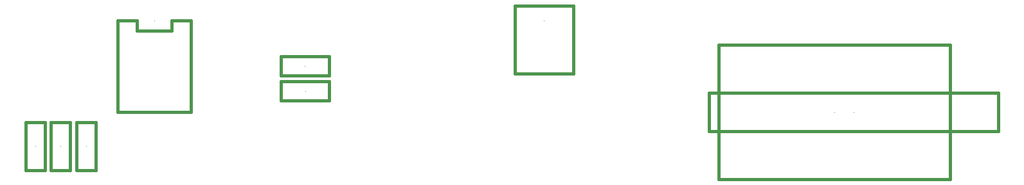
<source format=gbr>
%TF.GenerationSoftware,KiCad,Pcbnew,(5.1.6-0-10_14)*%
%TF.CreationDate,2021-03-26T17:56:54+08:00*%
%TF.ProjectId,ErgoDone,4572676f-446f-46e6-952e-6b696361645f,rev?*%
%TF.SameCoordinates,Original*%
%TF.FileFunction,OtherDrawing,Comment*%
%FSLAX46Y46*%
G04 Gerber Fmt 4.6, Leading zero omitted, Abs format (unit mm)*
G04 Created by KiCad (PCBNEW (5.1.6-0-10_14)) date 2021-03-26 17:56:54*
%MOMM*%
%LPD*%
G01*
G04 APERTURE LIST*
%ADD10C,0.025400*%
%ADD11C,0.381000*%
G04 APERTURE END LIST*
D10*
%TO.C,J1*%
X137642600Y-30480000D02*
X137642600Y-30480000D01*
D11*
X141493240Y-28481020D02*
X133791960Y-28481020D01*
X141493240Y-37480240D02*
X141493240Y-28481020D01*
X133791960Y-37480240D02*
X141493240Y-37480240D01*
X133791960Y-28481020D02*
X133791960Y-37480240D01*
D10*
%TO.C,J2*%
X86309200Y-30480000D02*
X86309200Y-30480000D01*
D11*
X91109800Y-42545000D02*
X91109800Y-30480000D01*
X81508600Y-42545000D02*
X91109800Y-42545000D01*
X81508600Y-30480000D02*
X81508600Y-42545000D01*
X84061300Y-30480000D02*
X81508600Y-30480000D01*
X84061300Y-31775400D02*
X84061300Y-30480000D01*
X88557100Y-31775400D02*
X84061300Y-31775400D01*
X88557100Y-30480000D02*
X88557100Y-31775400D01*
X91109800Y-30480000D02*
X88557100Y-30480000D01*
D10*
%TO.C,R1*%
X106165000Y-36465000D02*
X106165000Y-36465000D01*
D11*
X102990000Y-35195000D02*
X102990000Y-37735000D01*
X109340000Y-35195000D02*
X102990000Y-35195000D01*
X109340000Y-37735000D02*
X109340000Y-35195000D01*
X102990000Y-37735000D02*
X109340000Y-37735000D01*
D10*
%TO.C,R2*%
X106172000Y-39751000D02*
X106172000Y-39751000D01*
D11*
X102997000Y-38481000D02*
X102997000Y-41021000D01*
X109347000Y-38481000D02*
X102997000Y-38481000D01*
X109347000Y-41021000D02*
X109347000Y-38481000D01*
X102997000Y-41021000D02*
X109347000Y-41021000D01*
D10*
%TO.C,RA1*%
X70665000Y-47065000D02*
X70665000Y-47065000D01*
D11*
X71935000Y-43890000D02*
X69395000Y-43890000D01*
X71935000Y-50240000D02*
X71935000Y-43890000D01*
X69395000Y-50240000D02*
X71935000Y-50240000D01*
X69395000Y-43890000D02*
X69395000Y-50240000D01*
D10*
%TO.C,RB1*%
X73965000Y-47065000D02*
X73965000Y-47065000D01*
D11*
X75235000Y-43890000D02*
X72695000Y-43890000D01*
X75235000Y-50240000D02*
X75235000Y-43890000D01*
X72695000Y-50240000D02*
X75235000Y-50240000D01*
X72695000Y-43890000D02*
X72695000Y-50240000D01*
D10*
%TO.C,RC1*%
X77365000Y-47065000D02*
X77365000Y-47065000D01*
D11*
X78635000Y-43890000D02*
X76095000Y-43890000D01*
X78635000Y-50240000D02*
X78635000Y-43890000D01*
X76095000Y-50240000D02*
X78635000Y-50240000D01*
X76095000Y-43890000D02*
X76095000Y-50240000D01*
D10*
%TO.C,U1*%
X175895000Y-42545000D02*
X175895000Y-42545000D01*
D11*
X191135000Y-51435000D02*
X160655000Y-51435000D01*
X191135000Y-33655000D02*
X191135000Y-51435000D01*
X160655000Y-33655000D02*
X191135000Y-33655000D01*
X160655000Y-51435000D02*
X160655000Y-33655000D01*
D10*
%TO.C,U2*%
X178420000Y-42520000D02*
X178420000Y-42520000D01*
D11*
X159370000Y-45060000D02*
X159370000Y-39980000D01*
X197470000Y-45060000D02*
X159370000Y-45060000D01*
X197470000Y-39980000D02*
X197470000Y-45060000D01*
X159370000Y-39980000D02*
X197470000Y-39980000D01*
%TD*%
M02*

</source>
